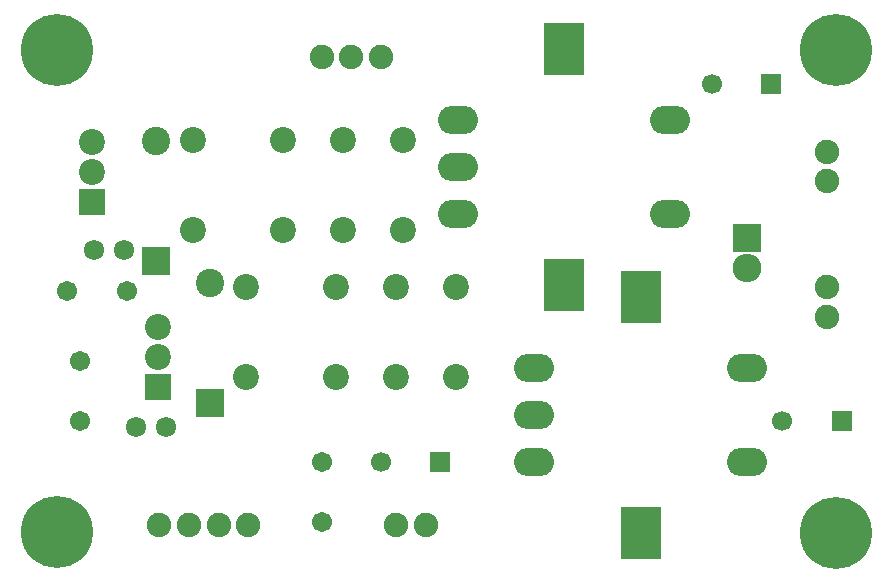
<source format=gbs>
G04 #@! TF.GenerationSoftware,KiCad,Pcbnew,(5.0.0)*
G04 #@! TF.CreationDate,2018-11-08T09:59:28+09:00*
G04 #@! TF.ProjectId,Headphone-controler-v2r2,4865616470686F6E652D636F6E74726F,rev?*
G04 #@! TF.SameCoordinates,Original*
G04 #@! TF.FileFunction,Soldermask,Bot*
G04 #@! TF.FilePolarity,Negative*
%FSLAX46Y46*%
G04 Gerber Fmt 4.6, Leading zero omitted, Abs format (unit mm)*
G04 Created by KiCad (PCBNEW (5.0.0)) date 11/08/18 09:59:28*
%MOMM*%
%LPD*%
G01*
G04 APERTURE LIST*
%ADD10R,1.700000X1.700000*%
%ADD11C,1.700000*%
%ADD12C,2.076400*%
%ADD13C,1.708000*%
%ADD14R,2.432000X2.432000*%
%ADD15O,2.432000X2.432000*%
%ADD16R,2.200000X2.200000*%
%ADD17C,2.200000*%
%ADD18C,1.720800*%
%ADD19R,3.400000X4.400000*%
%ADD20O,3.400000X2.400000*%
%ADD21C,2.398980*%
%ADD22R,2.398980X2.398980*%
%ADD23C,6.100000*%
G04 APERTURE END LIST*
D10*
G04 #@! TO.C,F1*
X131500000Y-107000000D03*
D11*
X126500000Y-107000000D03*
G04 #@! TD*
D12*
G04 #@! TO.C,JP2*
X127800000Y-112300000D03*
X130300000Y-112300000D03*
G04 #@! TD*
D10*
G04 #@! TO.C,C1*
X159500000Y-75000000D03*
D11*
X154500000Y-75000000D03*
G04 #@! TD*
D10*
G04 #@! TO.C,C2*
X165500000Y-103500000D03*
D11*
X160500000Y-103500000D03*
G04 #@! TD*
D13*
G04 #@! TO.C,C3*
X121500000Y-106960000D03*
X121500000Y-112040000D03*
G04 #@! TD*
G04 #@! TO.C,C4*
X99960000Y-92500000D03*
X105040000Y-92500000D03*
G04 #@! TD*
G04 #@! TO.C,C5*
X101000000Y-98460000D03*
X101000000Y-103540000D03*
G04 #@! TD*
D12*
G04 #@! TO.C,JP1*
X124000000Y-72700000D03*
X121500000Y-72700000D03*
X126500000Y-72700000D03*
G04 #@! TD*
G04 #@! TO.C,JP3*
X112750000Y-112300000D03*
X115250000Y-112300000D03*
X110250000Y-112300000D03*
X107750000Y-112300000D03*
G04 #@! TD*
D14*
G04 #@! TO.C,JP4*
X157500000Y-88000000D03*
D15*
X157500000Y-90540000D03*
G04 #@! TD*
D12*
G04 #@! TO.C,JP5*
X164300000Y-83200000D03*
X164300000Y-80700000D03*
G04 #@! TD*
G04 #@! TO.C,JP6*
X164300000Y-94700000D03*
X164300000Y-92200000D03*
G04 #@! TD*
D16*
G04 #@! TO.C,Q1*
X102000000Y-85000000D03*
D17*
X102000000Y-82460000D03*
X102000000Y-79920000D03*
G04 #@! TD*
D16*
G04 #@! TO.C,Q2*
X107600000Y-100600000D03*
D17*
X107600000Y-98060000D03*
X107600000Y-95520000D03*
G04 #@! TD*
D18*
G04 #@! TO.C,R1*
X102230000Y-89000000D03*
X104770000Y-89000000D03*
G04 #@! TD*
G04 #@! TO.C,R2*
X105730000Y-104000000D03*
X108270000Y-104000000D03*
G04 #@! TD*
D17*
G04 #@! TO.C,RL1*
X110610000Y-79690000D03*
X110610000Y-87310000D03*
X118230000Y-87310000D03*
X123310000Y-87310000D03*
X128390000Y-87310000D03*
X118230000Y-79690000D03*
X123310000Y-79690000D03*
X128390000Y-79690000D03*
G04 #@! TD*
G04 #@! TO.C,RL2*
X115110000Y-92190000D03*
X115110000Y-99810000D03*
X122730000Y-99810000D03*
X127810000Y-99810000D03*
X132890000Y-99810000D03*
X122730000Y-92190000D03*
X127810000Y-92190000D03*
X132890000Y-92190000D03*
G04 #@! TD*
D19*
G04 #@! TO.C,T1*
X142000000Y-92000000D03*
D20*
X133000000Y-78000000D03*
X133000000Y-86000000D03*
X151000000Y-78000000D03*
X133000000Y-82000000D03*
X151000000Y-86000000D03*
D19*
X142000000Y-72000000D03*
G04 #@! TD*
G04 #@! TO.C,T2*
X148500000Y-113000000D03*
D20*
X139500000Y-99000000D03*
X139500000Y-107000000D03*
X157500000Y-99000000D03*
X139500000Y-103000000D03*
X157500000Y-107000000D03*
D19*
X148500000Y-93000000D03*
G04 #@! TD*
D21*
G04 #@! TO.C,D1*
X107497460Y-79840000D03*
D22*
X107497460Y-90000000D03*
G04 #@! TD*
D21*
G04 #@! TO.C,D2*
X111997460Y-91840000D03*
D22*
X111997460Y-102000000D03*
G04 #@! TD*
D23*
G04 #@! TO.C,REF\002A\002A*
X165000000Y-72100000D03*
G04 #@! TD*
G04 #@! TO.C,REF\002A\002A*
X165000000Y-113000000D03*
G04 #@! TD*
G04 #@! TO.C,REF\002A\002A*
X99100000Y-72100000D03*
G04 #@! TD*
G04 #@! TO.C,REF\002A\002A*
X99100000Y-112900000D03*
G04 #@! TD*
M02*

</source>
